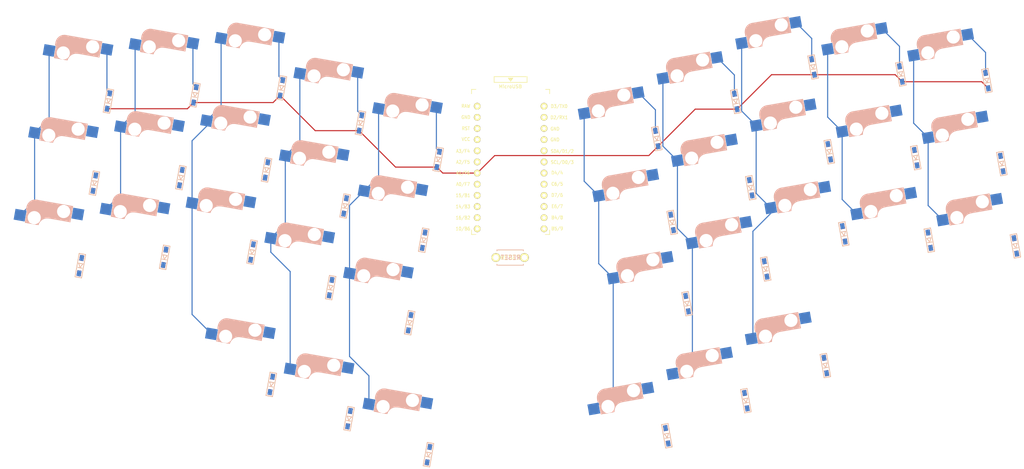
<source format=kicad_pcb>
(kicad_pcb (version 20221018) (generator pcbnew)
  (layers (0 "F.Cu" signal) (31 "B.Cu" signal) (34 "B.Paste" user) (35 "F.Paste" user) (36 "B.SilkS" user "B.Silkscreen") (37 "F.SilkS" user "F.Silkscreen") (38 "B.Mask" user) (39 "F.Mask" user) (44 "Edge.Cuts" user))
  (net 0 "")
  (net 1 "Row1")
  (net 2 "Net-(D1-A)")
  (net 3 "Net-(D2-A)")
  (net 4 "Net-(D3-A)")
  (net 5 "Net-(D4-A)")
  (net 6 "Net-(D5-A)")
  (net 7 "Net-(D6-A)")
  (net 8 "Net-(D7-A)")
  (net 9 "Net-(D8-A)")
  (net 10 "Net-(D9-A)")
  (net 11 "Net-(D10-A)")
  (net 12 "Row2")
  (net 13 "Net-(D11-A)")
  (net 14 "Net-(D12-A)")
  (net 15 "Net-(D13-A)")
  (net 16 "Net-(D14-A)")
  (net 17 "Net-(D15-A)")
  (net 18 "Net-(D16-A)")
  (net 19 "Net-(D17-A)")
  (net 20 "Net-(D18-A)")
  (net 21 "Net-(D19-A)")
  (net 22 "Net-(D20-A)")
  (net 23 "Row3")
  (net 24 "Net-(D21-A)")
  (net 25 "Net-(D22-A)")
  (net 26 "Net-(D23-A)")
  (net 27 "Net-(D24-A)")
  (net 28 "Net-(D25-A)")
  (net 29 "Net-(D26-A)")
  (net 30 "Net-(D27-A)")
  (net 31 "Net-(D28-A)")
  (net 32 "Net-(D29-A)")
  (net 33 "Net-(D30-A)")
  (net 34 "Row4")
  (net 35 "Net-(D31-A)")
  (net 36 "Net-(D32-A)")
  (net 37 "Net-(D33-A)")
  (net 38 "Net-(D34-A)")
  (net 39 "Net-(D35-A)")
  (net 40 "Net-(D36-A)")
  (net 41 "Column1")
  (net 42 "Column2")
  (net 43 "Column3")
  (net 44 "Column4")
  (net 45 "Column5")
  (net 46 "Column6")
  (net 47 "Column7")
  (net 48 "Column8")
  (net 49 "Column9")
  (net 50 "Column10")
  (net 51 "GND")
  (net 52 "Net-(U1-RST)")
  (net 57 "VCC")
  (footprint "kbd:CherryMX_Hotswap" (layer "F.Cu") (at 33.009595 89.279908 -10)
    (fp_text reference "SW21" hide)
    (fp_text value "SW_PUSH" hide)
  )
  (footprint "kbd:CherryMX_Hotswap" (layer "F.Cu") (at 72.184769 86.51561 -10)
    (fp_text reference "SW23" hide)
    (fp_text value "SW_PUSH" hide)
  )
  (footprint "kbd:CherryMX_Hotswap" (layer "F.Cu") (at 237.427311 50.410934 10)
    (fp_text reference "SW10" hide)
    (fp_text value "SW_PUSH" hide)
  )
  (footprint "kbd:CherryMX_Hotswap" (layer "F.Cu") (at 217.839723 49.028785 10)
    (fp_text reference "SW9" hide)
    (fp_text value "SW_PUSH" hide)
  )
  (footprint "kbd:CherryMX_Hotswap" (layer "F.Cu") (at 183.626546 74.405368 10)
    (fp_text reference "SW17" hide)
    (fp_text value "SW_PUSH" hide)
  )
  (footprint "kbd:CherryMX_Hotswap" (layer "F.Cu") (at 201.560134 66.407223 10)
    (fp_text reference "SW18" hide)
    (fp_text value "SW_PUSH" hide)
  )
  (footprint "kbd:CherryMX_Hotswap" (layer "F.Cu") (at 94.536655 124.308635 -10)
    (fp_text reference "SW32" hide)
    (fp_text value "SW_PUSH" hide)
  )
  (footprint "kbd:CherryMX_Hotswap" (layer "F.Cu") (at 90.118357 94.513754 -10)
    (fp_text reference "SW24" hide)
    (fp_text value "SW_PUSH" hide)
  )
  (footprint "kbd:CherryMX_Hotswap" (layer "F.Cu") (at 112.470243 132.306779 -10)
    (fp_text reference "SW33" hide)
    (fp_text value "SW_PUSH" hide)
  )
  (footprint "kbd:CherryMX_Hotswap" (layer "F.Cu") (at 240.735308 69.171522 10)
    (fp_text reference "SW20" hide)
    (fp_text value "SW_PUSH" hide)
  )
  (footprint "kbd:CherryMX_Hotswap" (layer "F.Cu") (at 180.318548 55.64478 10)
    (fp_text reference "SW7" hide)
    (fp_text value "SW_PUSH" hide)
  )
  (footprint "kbd:CherryMX_Hotswap" (layer "F.Cu") (at 93.426355 75.753167 -10)
    (fp_text reference "SW14" hide)
    (fp_text value "SW_PUSH" hide)
  )
  (footprint "kbd:CherryMX_Hotswap" (layer "F.Cu") (at 55.90518 69.137171 -10)
    (fp_text reference "SW12" hide)
    (fp_text value "SW_PUSH" hide)
  )
  (footprint "kbd:CherryMX_Hotswap" (layer "F.Cu") (at 114.667941 64.990724 -10)
    (fp_text reference "SW5" hide)
    (fp_text value "SW_PUSH" hide)
  )
  (footprint "kbd:CherryMX_Hotswap" (layer "F.Cu") (at 52.597182 87.897759 -10)
    (fp_text reference "SW22" hide)
    (fp_text value "SW_PUSH" hide)
  )
  (footprint "kbd:CherryMX_Hotswap" (layer "F.Cu") (at 200.449835 114.962691 10)
    (fp_text reference "SW36" hide)
    (fp_text value "SW_PUSH" hide)
  )
  (footprint "kbd:CherryMX_Hotswap" (layer "F.Cu") (at 78.800765 48.994434 -10)
    (fp_text reference "SW3" hide)
    (fp_text value "SW_PUSH" hide)
  )
  (footprint "kbd:CherryMX_Hotswap" (layer "F.Cu") (at 204.868132 85.167811 10)
    (fp_text reference "SW28" hide)
    (fp_text value "SW_PUSH" hide)
  )
  (footprint "kbd:CherryMX_Hotswap" (layer "F.Cu") (at 111.359943 83.751311 -10)
    (fp_text reference "SW15" hide)
    (fp_text value "SW_PUSH" hide)
  )
  (footprint "kbd:CherryMX_Hotswap" (layer "F.Cu") (at 39.62559 51.758732 -10)
    (fp_text reference "SW1" hide)
    (fp_text value "SW_PUSH" hide)
  )
  (footprint "kbd:CherryMX_Hotswap" (layer "F.Cu") (at 59.213178 50.376583 -10)
    (fp_text reference "SW2" hide)
    (fp_text value "SW_PUSH" hide)
  )
  (footprint "kbd:CherryMX_Hotswap" (layer "F.Cu") (at 198.252136 47.646636 10)
    (fp_text reference "SW8" hide)
    (fp_text value "SW_PUSH" hide)
  )
  (footprint "kbd:CherryMX_Hotswap" (layer "F.Cu") (at 36.317593 70.51932 -10)
    (fp_text reference "SW11" hide)
    (fp_text value "SW_PUSH" hide)
  )
  (footprint "kbd:CherryMX_Hotswap" (layer "F.Cu") (at 182.516246 122.960836 10)
    (fp_text reference "SW35" hide)
    (fp_text value "SW_PUSH" hide)
  )
  (footprint "kbd:CherryMX_Hotswap" (layer "F.Cu") (at 244.043306 87.932109 10)
    (fp_text reference "SW30" hide)
    (fp_text value "SW_PUSH" hide)
  )
  (footprint "kbd:ResetSW" (layer "F.Cu") (at 138.1 95.2)
    (fp_text reference "SW37" hide)
    (fp_text value "SW_PUSH")
  )
  (footprint "kbd:CherryMX_Hotswap" (layer "F.Cu") (at 165.692958 82.403513 10)
    (fp_text reference "SW16" hide)
    (fp_text value "SW_PUSH" hide)
  )
  (footprint "kbd:CherryMX_Hotswap" (layer "F.Cu") (at 169.000955 101.1641 10)
    (fp_text reference "SW26" hide)
    (fp_text value "SW_PUSH" hide)
  )
  (footprint "kbd:CherryMX_Hotswap" (layer "F.Cu") (at 108.051946 102.511899 -10)
    (fp_text reference "SW25" hide)
    (fp_text value "SW_PUSH" hide)
  )
  (footprint "kbd:CherryMX_Hotswap" (layer "F.Cu") (at 75.492767 67.755022 -10)
    (fp_text reference "SW13" hide)
    (fp_text value "SW_PUSH" hide)
  )
  (footprint "kbd:ProMicro_v3.5" (layer "F.Cu") (at 138.2086 75.198)
    (fp_text reference "U1" hide)
    (fp_text value "ProMicro_r" hide)
  )
  (footprint "kbd:CherryMX_Hotswap" (layer "F.Cu") (at 76.603066 116.31049 -10)
    (fp_text reference "SW31" hide)
    (fp_text value "SW_PUSH" hide)
  )
  (footprint "kbd:CherryMX_Hotswap" (layer "F.Cu") (at 162.38496 63.642925 10)
    (fp_text reference "SW6" hide)
    (fp_text value "SW_PUSH" hide)
  )
  (footprint "kbd:CherryMX_Hotswap" (layer "F.Cu") (at 96.734353 56.992579 -10)
    (fp_text reference "SW4" hide)
    (fp_text value "SW_PUSH" hide)
  )
  (footprint "kbd:CherryMX_Hotswap" (layer "F.Cu") (at 164.582658 130.958981 10)
    (fp_text reference "SW34" hide)
    (fp_text value "SW_PUSH" hide)
  )
  (footprint "kbd:CherryMX_Hotswap" (layer "F.Cu") (at 186.934544 93.165956 10)
    (fp_text reference "SW27" hide)
    (fp_text value "SW_PUSH" hide)
  )
  (footprint "kbd:CherryMX_Hotswap" (layer "F.Cu") (at 221.147721 67.789372 10)
    (fp_text reference "SW19" hide)
    (fp_text value "SW_PUSH" hide)
  )
  (footprint "kbd:CherryMX_Hotswap" (layer "F.Cu") (at 224.455719 86.54996 10)
    (fp_text reference "SW29" hide)
    (fp_text value "SW_PUSH" hide)
  )
  (footprint "kbd:D3_SMD" (layer "B.Cu") (at 82.608226 75.251966 80)
    (fp_text reference "D13" hide)
    (fp_text value "D" hide)
  )
  (footprint "kbd:D3_SMD" (layer "B.Cu") (at 196.3 97.8 100)
    (fp_text reference "D27" hide)
    (fp_text value "D" hide)
  )
  (footprint "kbd:D3_SMD" (layer "B.Cu") (at 214.1 89.8 100)
    (fp_text reference "D28" hide)
    (fp_text value "D" hide)
  )
  (footprint "kbd:D3_SMD" (layer "B.Cu") (at 173.8 135.8 100)
    (fp_text reference "D34" hide)
    (fp_text value "D" hide)
  )
  (footprint "kbd:D3_SMD" (layer "B.Cu") (at 86.008226 56.551966 80)
    (fp_text reference "D3" hide)
    (fp_text value "D" hide)
  )
  (footprint "kbd:D3_SMD" (layer "B.Cu") (at 250.1 73.8 100)
    (fp_text reference "D20" hide)
    (fp_text value "D" hide)
  )
  (footprint "kbd:D3_SMD" (layer "B.Cu") (at 63.1 77 80)
    (fp_text reference "D12" hide)
    (fp_text value "D" hide)
  )
  (footprint "kbd:D3_SMD" (layer "B.Cu") (at 246.7 54.9 100)
    (fp_text reference "D10" hide)
    (fp_text value "D" hide)
  )
  (footprint "kbd:D3_SMD" (layer "B.Cu") (at 59.408226 95.151966 80)
    (fp_text reference "D22" hide)
    (fp_text value "D" hide)
  )
  (footprint "kbd:D3_SMD" (layer "B.Cu") (at 171.5 68.1 100)
    (fp_text reference "D6" hide)
    (fp_text value "D" hide)
  )
  (footprint "kbd:D3_SMD" (layer "B.Cu") (at 192.9 79.3 100)
    (fp_text reference "D17" hide)
    (fp_text value "D" hide)
  )
  (footprint "kbd:D3_SMD" (layer "B.Cu") (at 175 87.2 100)
    (fp_text reference "D16" hide)
    (fp_text value "D" hide)
  )
  (footprint "kbd:D3_SMD" (layer "B.Cu") (at 97.208226 102.051966 80)
    (fp_text reference "D24" hide)
    (fp_text value "D" hide)
  )
  (footprint "kbd:D3_SMD" (layer "B.Cu") (at 233.591774 91.251966 100)
    (fp_text reference "D29" hide)
    (fp_text value "D" hide)
  )
  (footprint "kbd:D3_SMD" (layer "B.Cu") (at 118.408226 91.251966 80)
    (fp_text reference "D15" hide)
    (fp_text value "D" hide)
  )
  (footprint "kbd:D3_SMD" (layer "B.Cu") (at 209.9 119.8 100)
    (fp_text reference "D36" hide)
    (fp_text value "D" hide)
  )
  (footprint "kbd:D3_SMD" (layer "B.Cu") (at 227.1 53.4 100)
    (fp_text reference "D9" hide)
    (fp_text value "D" hide)
  )
  (footprint "kbd:D3_SMD" (layer "B.Cu") (at 189.491774 59.651966 100)
    (fp_text reference "D7" hide)
    (fp_text value "D" hide)
  )
  (footprint "kbd:D3_SMD" (layer "B.Cu") (at 100.508226 83.451966 80)
    (fp_text reference "D14" hide)
    (fp_text value "D" hide)
  )
  (footprint "kbd:D3_SMD" (layer "B.Cu") (at 66.308226 58.151966 80)
    (fp_text reference "D2" hide)
    (fp_text value "D" hide)
  )
  (footprint "kbd:D3_SMD" (layer "B.Cu") (at 115.208226 110.051966 80)
    (fp_text reference "D25" hide)
    (fp_text value "D" hide)
  )
  (footprint "kbd:D3_SMD" (layer "B.Cu") (at 207.1 51.8 100)
    (fp_text reference "D8" hide)
    (fp_text value "D" hide)
  )
  (footprint "kbd:D3_SMD" (layer "B.Cu") (at 121.708226 72.851966 80)
    (fp_text reference "D5" hide)
    (fp_text value "D" hide)
  )
  (footprint "kbd:D3_SMD" (layer "B.Cu") (at 119.5 140.1 80)
    (fp_text reference "D33" hide)
    (fp_text value "D" hide)
  )
  (footprint "kbd:D3_SMD" (layer "B.Cu") (at 40.208226 97.051966 80)
    (fp_text reference "D21" hide)
    (fp_text value "D" hide)
  )
  (footprint "kbd:D3_SMD" (layer "B.Cu") (at 83.7 124.1 80)
    (fp_text reference "D31" hide)
    (fp_text value "D" hide)
  )
  (footprint "kbd:D3_SMD" (layer "B.Cu") (at 79.308226 93.951966 80)
    (fp_text reference "D23" hide)
    (fp_text value "D" hide)
  )
  (footprint "kbd:D3_SMD" (layer "B.Cu") (at 101.4 131.9 80)
    (fp_text reference "D32" hide)
    (fp_text value "D" hide)
  )
  (footprint "kbd:D3_SMD" (layer "B.Cu") (at 46.608226 59.551966 80)
    (fp_text reference "D1" hide)
    (fp_text value "D" hide)
  )
  (footprint "kbd:D3_SMD" (layer "B.Cu") (at 210.8 71.1 100)
    (fp_text reference "D18" hide)
    (fp_text value "D" hide)
  )
  (footprint "kbd:D3_SMD" (layer "B.Cu") (at 230.491774 72.451966 100)
    (fp_text reference "D19" hide)
    (fp_text value "D" hide)
  )
  (footprint "kbd:D3_SMD" (layer "B.Cu") (at 43.408226 78.251966 80)
    (fp_text reference "D11" hide)
    (fp_text value "D" hide)
  )
  (footprint "kbd:D3_SMD" (layer "B.Cu") (at 178.4 105.7 100)
    (fp_text reference "D26" hide)
    (fp_text value "D" hide)
  )
  (footprint "kbd:D3_SMD" (layer "B.Cu") (at 253.191774 92.551966 100)
    (fp_text reference "D30" hide)
    (fp_text value "D" hide)
  )
  (footprint "kbd:D3_SMD" (layer "B.Cu") (at 104.008226 64.551966 80)
    (fp_text reference "D4" hide)
    (fp_text value "D" hide)
  )
  (footprint "kbd:D3_SMD" (layer "B.Cu") (at 191.8 127.8 100)
    (fp_text reference "D35" hide)
    (fp_text value "D" hide)
  )
  (segment (start 84.1 59.9) (end 85.7 58.3) (width 0.25) (layer "F.Cu") (net 1))
  (segment (start 225.808226 53.548034) (end 227.408226 55.148034) (width 0.25) (layer "F.Cu") (net 1))
  (segment (start 134.593 71.967) (end 130.6 75.96) (width 0.25) (layer "F.Cu") (net 1))
  (segment (start 121.4 74.6) (end 122.76 75.96) (width 0.25) (layer "F.Cu") (net 1))
  (segment (start 85.7 58.3) (end 93.7 66.3) (width 0.25) (layer "F.Cu") (net 1))
  (segment (start 169.68926 71.967) (end 134.593 71.967) (width 0.25) (layer "F.Cu") (net 1))
  (segment (start 93.7 66.3) (end 103.7 66.3) (width 0.25) (layer "F.Cu") (net 1))
  (segment (start 122.76 75.96) (end 130.6 75.96) (width 0.25) (layer "F.Cu") (net 1))
  (segment (start 227.408226 55.148034) (end 245.508226 55.148034) (width 0.25) (layer "F.Cu") (net 1))
  (segment (start 64.6 61.3) (end 66 59.9) (width 0.25) (layer "F.Cu") (net 1))
  (segment (start 103.7 66.3) (end 112 74.6) (width 0.25) (layer "F.Cu") (net 1))
  (segment (start 245.508226 55.148034) (end 247.008226 56.648034) (width 0.25) (layer "F.Cu") (net 1))
  (segment (start 171.808226 69.848034) (end 169.68926 71.967) (width 0.25) (layer "F.Cu") (net 1))
  (segment (start 180.25626 61.4) (end 189.8 61.4) (width 0.25) (layer "F.Cu") (net 1))
  (segment (start 197.651966 53.548034) (end 207.408226 53.548034) (width 0.25) (layer "F.Cu") (net 1))
  (segment (start 189.8 61.4) (end 197.651966 53.548034) (width 0.25) (layer "F.Cu") (net 1))
  (segment (start 207.408226 53.548034) (end 225.808226 53.548034) (width 0.25) (layer "F.Cu") (net 1))
  (segment (start 66 59.9) (end 84.1 59.9) (width 0.25) (layer "F.Cu") (net 1))
  (segment (start 46.3 61.3) (end 64.6 61.3) (width 0.25) (layer "F.Cu") (net 1))
  (segment (start 112 74.6) (end 121.4 74.6) (width 0.25) (layer "F.Cu") (net 1))
  (segment (start 171.808226 69.848034) (end 180.25626 61.4) (width 0.25) (layer "F.Cu") (net 1))
  (segment (start 46.26097 57.14845) (end 46.916452 57.803932) (width 0.25) (layer "B.Cu") (net 2))
  (segment (start 46.26097 47.770361) (end 46.26097 57.14845) (width 0.25) (layer "B.Cu") (net 2))
  (segment (start 65.848558 55.636038) (end 66.616452 56.403932) (width 0.25) (layer "B.Cu") (net 3))
  (segment (start 65.848558 46.388212) (end 65.848558 55.636038) (width 0.25) (layer "B.Cu") (net 3))
  (segment (start 85.436145 45.006063) (end 85.436145 53.923625) (width 0.25) (layer "B.Cu") (net 4))
  (segment (start 85.436145 53.923625) (end 86.316452 54.803932) (width 0.25) (layer "B.Cu") (net 4))
  (segment (start 103.369733 53.004208) (end 103.369733 61.857213) (width 0.25) (layer "B.Cu") (net 5))
  (segment (start 103.369733 61.857213) (end 104.316452 62.803932) (width 0.25) (layer "B.Cu") (net 5))
  (segment (start 121.303321 61.002353) (end 121.303321 70.390801) (width 0.25) (layer "B.Cu") (net 6))
  (segment (start 121.303321 70.390801) (end 122.016452 71.103932) (width 0.25) (layer "B.Cu") (net 6))
  (segment (start 171.191774 61.561349) (end 171.191774 66.351966) (width 0.25) (layer "B.Cu") (net 7))
  (segment (start 167.256074 57.625649) (end 171.191774 61.561349) (width 0.25) (layer "B.Cu") (net 7))
  (segment (start 185.189662 49.627504) (end 189.183548 53.62139) (width 0.25) (layer "B.Cu") (net 8))
  (segment (start 189.183548 53.62139) (end 189.183548 57.903932) (width 0.25) (layer "B.Cu") (net 8))
  (segment (start 206.791774 45.297884) (end 206.791774 50.051966) (width 0.25) (layer "B.Cu") (net 9))
  (segment (start 203.12325 41.62936) (end 206.791774 45.297884) (width 0.25) (layer "B.Cu") (net 9))
  (segment (start 222.710837 43.011509) (end 226.791774 47.092446) (width 0.25) (layer "B.Cu") (net 10))
  (segment (start 226.791774 47.092446) (end 226.791774 51.651966) (width 0.25) (layer "B.Cu") (net 10))
  (segment (start 246.391774 48.487007) (end 246.391774 53.151966) (width 0.25) (layer "B.Cu") (net 11))
  (segment (start 242.298425 44.393658) (end 246.391774 48.487007) (width 0.25) (layer "B.Cu") (net 11))
  (segment (start 29.781296 82.240201) (end 26.473298 85.548199) (width 0.25) (layer "B.Cu") (net 41))
  (segment (start 29.781296 66.787611) (end 29.781296 82.240201) (width 0.25) (layer "B.Cu") (net 41))
  (segment (start 33.089293 63.479614) (end 29.781296 66.787611) (width 0.25) (layer "B.Cu") (net 41))
  (segment (start 33.089293 48.027023) (end 33.089293 63.479614) (width 0.25) (layer "B.Cu") (net 41))
  (segment (start 52.676881 62.097464) (end 49.368883 65.405462) (width 0.25) (layer "B.Cu") (net 42))
  (segment (start 52.676881 46.644874) (end 52.676881 62.097464) (width 0.25) (layer "B.Cu") (net 42))
  (segment (start 49.368883 80.858052) (end 46.060885 84.16605) (width 0.25) (layer "B.Cu") (net 42))
  (segment (start 49.368883 65.405462) (end 49.368883 80.858052) (width 0.25) (layer "B.Cu") (net 42))
  (segment (start 68.95647 65.292596) (end 65.648472 68.600594) (width 0.25) (layer "B.Cu") (net 43))
  (segment (start 68.95647 64.023313) (end 68.95647 65.292596) (width 0.25) (layer "B.Cu") (net 43))
  (segment (start 65.648472 68.600594) (end 65.648472 82.783901) (width 0.25) (layer "B.Cu") (net 43))
  (segment (start 72.264468 60.715315) (end 68.95647 64.023313) (width 0.25) (layer "B.Cu") (net 43))
  (segment (start 65.648472 108.160484) (end 70.066769 112.578781) (width 0.25) (layer "B.Cu") (net 43))
  (segment (start 72.264468 45.262725) (end 72.264468 60.715315) (width 0.25) (layer "B.Cu") (net 43))
  (segment (start 65.648472 82.783901) (end 65.648472 108.160484) (width 0.25) (layer "B.Cu") (net 43))
  (segment (start 86.890058 87.474047) (end 83.58206 90.782045) (width 0.25) (layer "B.Cu") (net 44))
  (segment (start 83.58206 90.782045) (end 83.58206 93.97198) (width 0.25) (layer "B.Cu") (net 44))
  (segment (start 90.198056 68.71346) (end 86.890058 72.021458) (width 0.25) (layer "B.Cu") (net 44))
  (segment (start 90.198056 53.26087) (end 90.198056 68.71346) (width 0.25) (layer "B.Cu") (net 44))
  (segment (start 86.890058 72.021458) (end 86.890058 87.474047) (width 0.25) (layer "B.Cu") (net 44))
  (segment (start 83.58206 93.97198) (end 88.000358 98.390278) (width 0.25) (layer "B.Cu") (net 44))
  (segment (start 88.000358 98.390278) (end 88.000358 120.576926) (width 0.25) (layer "B.Cu") (net 44))
  (segment (start 101.515649 83.327599) (end 104.823646 80.019602) (width 0.25) (layer "B.Cu") (net 45))
  (segment (start 105.933946 122.140258) (end 105.933946 128.57507) (width 0.25) (layer "B.Cu") (net 45))
  (segment (start 101.515649 98.78019) (end 101.515649 83.327599) (width 0.25) (layer "B.Cu") (net 45))
  (segment (start 101.515649 98.78019) (end 101.515649 117.721961) (width 0.25) (layer "B.Cu") (net 45))
  (segment (start 108.131644 76.711604) (end 108.131644 61.259015) (width 0.25) (layer "B.Cu") (net 45))
  (segment (start 101.515649 117.721961) (end 105.933946 122.140258) (width 0.25) (layer "B.Cu") (net 45))
  (segment (start 104.823646 80.019602) (end 108.131644 76.711604) (width 0.25) (layer "B.Cu") (net 45))
  (segment (start 161.582526 125.26957) (end 157.164229 129.687867) (width 0.25) (layer "B.Cu") (net 46))
  (segment (start 154.966531 62.371811) (end 154.966531 77.824401) (width 0.25) (layer "B.Cu") (net 46))
  (segment (start 154.966531 77.824401) (end 158.274529 81.132399) (width 0.25) (layer "B.Cu") (net 46))
  (segment (start 158.274529 81.132399) (end 158.274529 96.584989) (width 0.25) (layer "B.Cu") (net 46))
  (segment (start 158.274529 96.584989) (end 161.582526 99.892986) (width 0.25) (layer "B.Cu") (net 46))
  (segment (start 161.582526 99.892986) (end 161.582526 125.26957) (width 0.25) (layer "B.Cu") (net 46))
  (segment (start 179.613881 91.992608) (end 179.613881 117.173658) (width 0.25) (layer "B.Cu") (net 47))
  (segment (start 172.900119 54.373666) (end 172.900119 69.826256) (width 0.25) (layer "B.Cu") (net 47))
  (segment (start 176.208117 88.586844) (end 179.516115 91.894842) (width 0.25) (layer "B.Cu") (net 47))
  (segment (start 179.516115 91.894842) (end 179.613881 91.992608) (width 0.25) (layer "B.Cu") (net 47))
  (segment (start 176.208117 73.134254) (end 176.208117 88.586844) (width 0.25) (layer "B.Cu") (net 47))
  (segment (start 172.900119 69.826256) (end 176.208117 73.134254) (width 0.25) (layer "B.Cu") (net 47))
  (segment (start 179.613881 117.173658) (end 175.097817 121.689722) (width 0.25) (layer "B.Cu") (net 47))
  (segment (start 190.833707 46.375522) (end 190.833707 61.828111) (width 0.25) (layer "B.Cu") (net 48))
  (segment (start 193.4 113.322983) (end 193.031406 113.691577) (width 0.25) (layer "B.Cu") (net 48))
  (segment (start 197.449703 85.16598) (end 193.4 89.215683) (width 0.25) (layer "B.Cu") (net 48))
  (segment (start 194.141705 80.588699) (end 197.449703 83.896697) (width 0.25) (layer "B.Cu") (net 48))
  (segment (start 193.4 89.215683) (end 193.4 113.322983) (width 0.25) (layer "B.Cu") (net 48))
  (segment (start 197.449703 83.896697) (end 197.449703 85.16598) (width 0.25) (layer "B.Cu") (net 48))
  (segment (start 190.833707 61.828111) (end 194.141705 65.136109) (width 0.25) (layer "B.Cu") (net 48))
  (segment (start 194.141705 65.136109) (end 194.141705 80.588699) (width 0.25) (layer "B.Cu") (net 48))
  (segment (start 213.729292 66.518258) (end 213.729292 81.970848) (width 0.25) (layer "B.Cu") (net 49))
  (segment (start 210.421294 47.757671) (end 210.421294 63.21026) (width 0.25) (layer "B.Cu") (net 49))
  (segment (start 213.729292 81.970848) (end 217.03729 85.278846) (width 0.25) (layer "B.Cu") (net 49))
  (segment (start 210.421294 63.21026) (end 213.729292 66.518258) (width 0.25) (layer "B.Cu") (net 49))
  (segment (start 230.008882 49.13982) (end 230.008882 64.592411) (width 0.25) (layer "B.Cu") (net 50))
  (segment (start 233.316879 83.352997) (end 236.624877 86.660995) (width 0.25) (layer "B.Cu") (net 50))
  (segment (start 233.316879 67.900408) (end 233.316879 83.352997) (width 0.25) (layer "B.Cu") (net 50))
  (segment (start 230.008882 64.592411) (end 233.316879 67.900408) (width 0.25) (layer "B.Cu") (net 50))
)
</source>
